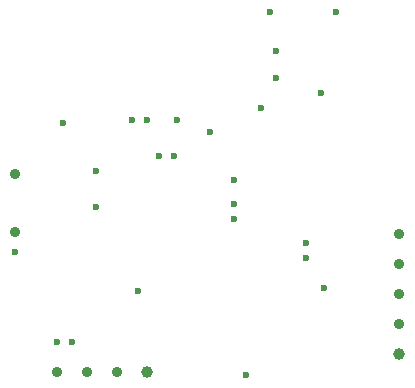
<source format=gbr>
G04 Generated by Ultiboard 14.1 *
%FSLAX34Y34*%
%MOMM*%

%ADD10C,0.0001*%
%ADD11C,0.6000*%
%ADD12C,0.8890*%
%ADD13C,0.9949*%


G04 ColorRGB 000000 for the following layer *
%LNDrill-Copper Top-Copper Bottom*%
%LPD*%
G54D11*
X106680Y172720D03*
X327660Y320040D03*
X365760Y307340D03*
X327660Y342900D03*
X353060Y167640D03*
X210820Y139700D03*
X147320Y281940D03*
X175260Y210820D03*
X378460Y375920D03*
X322580Y375920D03*
X314960Y294640D03*
X175260Y241300D03*
X368300Y142240D03*
X292100Y200660D03*
X271780Y274320D03*
X292100Y233680D03*
X292100Y213360D03*
X302260Y68580D03*
X142240Y96520D03*
X154940Y96520D03*
X205740Y284480D03*
X218440Y284480D03*
X243840Y284480D03*
X241300Y254000D03*
X228600Y254000D03*
X353060Y180340D03*
G54D12*
X106680Y238760D03*
X106680Y190077D03*
X431800Y187960D03*
X431800Y137160D03*
X431800Y111760D03*
X431800Y162560D03*
X142240Y71120D03*
X193040Y71120D03*
X167640Y71120D03*
G54D13*
X431800Y86360D03*
X218440Y71120D03*

M02*

</source>
